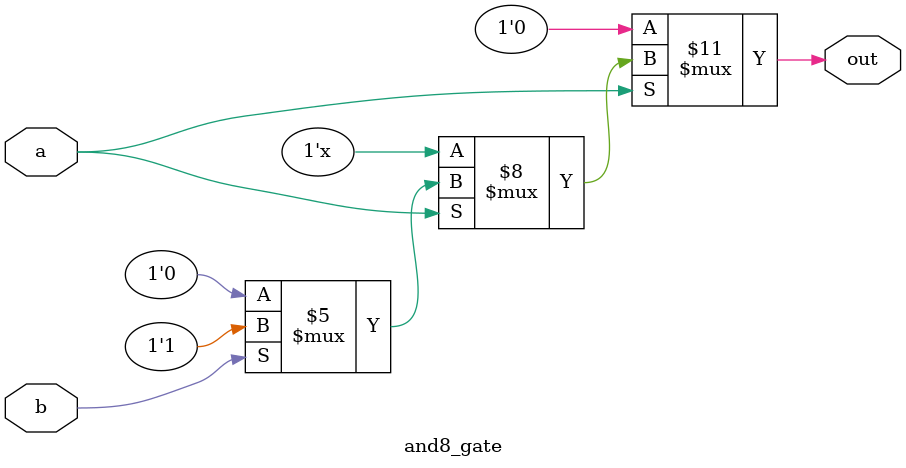
<source format=v>
module and8_gate (
  input a,
  input b,
  output reg out
);

    always @(*) begin
        if(a == 0)
            out = 0;
        else begin
            if(b == 0)
                out = 0;
            else
                out = 1;
        end

    end

endmodule
</source>
